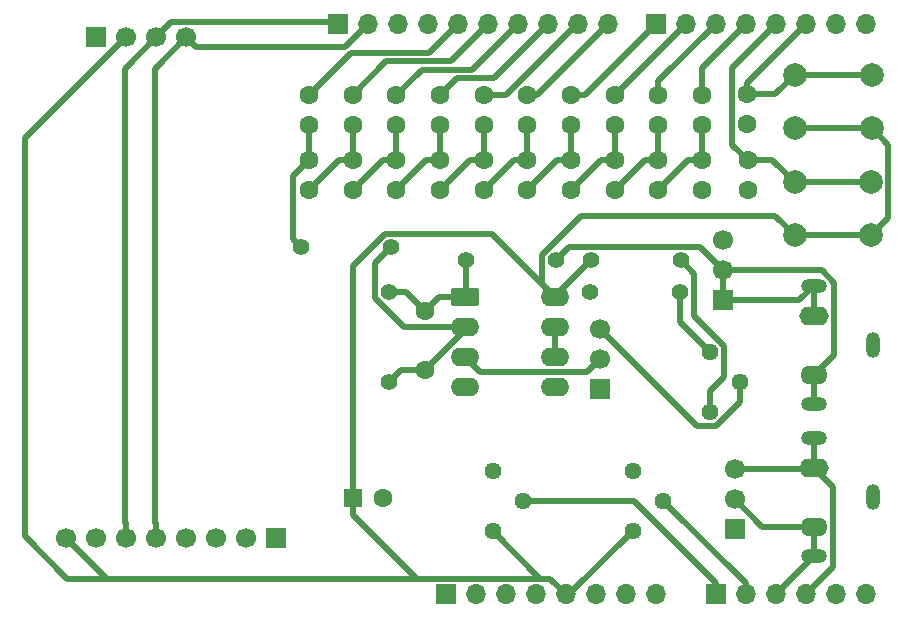
<source format=gbr>
%TF.GenerationSoftware,KiCad,Pcbnew,9.0.7*%
%TF.CreationDate,2026-02-03T14:42:13-07:00*%
%TF.ProjectId,Uno_Shield_DSP,556e6f5f-5368-4696-956c-645f4453502e,rev?*%
%TF.SameCoordinates,Original*%
%TF.FileFunction,Copper,L1,Top*%
%TF.FilePolarity,Positive*%
%FSLAX46Y46*%
G04 Gerber Fmt 4.6, Leading zero omitted, Abs format (unit mm)*
G04 Created by KiCad (PCBNEW 9.0.7) date 2026-02-03 14:42:13*
%MOMM*%
%LPD*%
G01*
G04 APERTURE LIST*
G04 Aperture macros list*
%AMRoundRect*
0 Rectangle with rounded corners*
0 $1 Rounding radius*
0 $2 $3 $4 $5 $6 $7 $8 $9 X,Y pos of 4 corners*
0 Add a 4 corners polygon primitive as box body*
4,1,4,$2,$3,$4,$5,$6,$7,$8,$9,$2,$3,0*
0 Add four circle primitives for the rounded corners*
1,1,$1+$1,$2,$3*
1,1,$1+$1,$4,$5*
1,1,$1+$1,$6,$7*
1,1,$1+$1,$8,$9*
0 Add four rect primitives between the rounded corners*
20,1,$1+$1,$2,$3,$4,$5,0*
20,1,$1+$1,$4,$5,$6,$7,0*
20,1,$1+$1,$6,$7,$8,$9,0*
20,1,$1+$1,$8,$9,$2,$3,0*%
G04 Aperture macros list end*
%TA.AperFunction,ComponentPad*%
%ADD10R,1.700000X1.700000*%
%TD*%
%TA.AperFunction,ComponentPad*%
%ADD11O,1.700000X1.700000*%
%TD*%
%TA.AperFunction,ComponentPad*%
%ADD12C,1.600000*%
%TD*%
%TA.AperFunction,ComponentPad*%
%ADD13C,2.000000*%
%TD*%
%TA.AperFunction,ComponentPad*%
%ADD14RoundRect,0.250000X-0.950000X-0.550000X0.950000X-0.550000X0.950000X0.550000X-0.950000X0.550000X0*%
%TD*%
%TA.AperFunction,ComponentPad*%
%ADD15O,2.400000X1.600000*%
%TD*%
%TA.AperFunction,ComponentPad*%
%ADD16O,2.200000X1.200000*%
%TD*%
%TA.AperFunction,ComponentPad*%
%ADD17O,2.300000X1.600000*%
%TD*%
%TA.AperFunction,ComponentPad*%
%ADD18O,1.200000X2.200000*%
%TD*%
%TA.AperFunction,ComponentPad*%
%ADD19O,2.500000X1.600000*%
%TD*%
%TA.AperFunction,ComponentPad*%
%ADD20RoundRect,0.250000X-0.550000X-0.550000X0.550000X-0.550000X0.550000X0.550000X-0.550000X0.550000X0*%
%TD*%
%TA.AperFunction,ComponentPad*%
%ADD21C,1.440000*%
%TD*%
%TA.AperFunction,ComponentPad*%
%ADD22C,1.400000*%
%TD*%
%TA.AperFunction,ComponentPad*%
%ADD23C,1.700000*%
%TD*%
%TA.AperFunction,Conductor*%
%ADD24C,0.508000*%
%TD*%
G04 APERTURE END LIST*
D10*
%TO.P,J1,1,Pin_1*%
%TO.N,unconnected-(J1-Pin_1-Pad1)*%
X127940000Y-97460000D03*
D11*
%TO.P,J1,2,Pin_2*%
%TO.N,/IOREF*%
X130480000Y-97460000D03*
%TO.P,J1,3,Pin_3*%
%TO.N,/~{RESET}*%
X133020000Y-97460000D03*
%TO.P,J1,4,Pin_4*%
%TO.N,+3V3*%
X135560000Y-97460000D03*
%TO.P,J1,5,Pin_5*%
%TO.N,+5V*%
X138100000Y-97460000D03*
%TO.P,J1,6,Pin_6*%
%TO.N,GND*%
X140640000Y-97460000D03*
%TO.P,J1,7,Pin_7*%
X143180000Y-97460000D03*
%TO.P,J1,8,Pin_8*%
%TO.N,VCC*%
X145720000Y-97460000D03*
%TD*%
D10*
%TO.P,J3,1,Pin_1*%
%TO.N,/A0*%
X150800000Y-97460000D03*
D11*
%TO.P,J3,2,Pin_2*%
%TO.N,/A1*%
X153340000Y-97460000D03*
%TO.P,J3,3,Pin_3*%
%TO.N,/IN_RIGHT*%
X155880000Y-97460000D03*
%TO.P,J3,4,Pin_4*%
%TO.N,/IN_LEFT*%
X158420000Y-97460000D03*
%TO.P,J3,5,Pin_5*%
%TO.N,/SDA{slash}A4*%
X160960000Y-97460000D03*
%TO.P,J3,6,Pin_6*%
%TO.N,/SCL{slash}A5*%
X163500000Y-97460000D03*
%TD*%
D10*
%TO.P,J2,1,Pin_1*%
%TO.N,/SCL*%
X118796000Y-49200000D03*
D11*
%TO.P,J2,2,Pin_2*%
%TO.N,/SDA*%
X121336000Y-49200000D03*
%TO.P,J2,3,Pin_3*%
%TO.N,/AREF*%
X123876000Y-49200000D03*
%TO.P,J2,4,Pin_4*%
%TO.N,GND*%
X126416000Y-49200000D03*
%TO.P,J2,5,Pin_5*%
%TO.N,/D9*%
X128956000Y-49200000D03*
%TO.P,J2,6,Pin_6*%
%TO.N,/D8*%
X131496000Y-49200000D03*
%TO.P,J2,7,Pin_7*%
%TO.N,/D7*%
X134036000Y-49200000D03*
%TO.P,J2,8,Pin_8*%
%TO.N,/D6*%
X136576000Y-49200000D03*
%TO.P,J2,9,Pin_9*%
%TO.N,/D5*%
X139116000Y-49200000D03*
%TO.P,J2,10,Pin_10*%
%TO.N,/D4*%
X141656000Y-49200000D03*
%TD*%
D10*
%TO.P,J4,1,Pin_1*%
%TO.N,/D3*%
X145720000Y-49200000D03*
D11*
%TO.P,J4,2,Pin_2*%
%TO.N,/D2*%
X148260000Y-49200000D03*
%TO.P,J4,3,Pin_3*%
%TO.N,/D1*%
X150800000Y-49200000D03*
%TO.P,J4,4,Pin_4*%
%TO.N,/D0*%
X153340000Y-49200000D03*
%TO.P,J4,5,Pin_5*%
%TO.N,/BT2*%
X155880000Y-49200000D03*
%TO.P,J4,6,Pin_6*%
%TO.N,/BT1*%
X158420000Y-49200000D03*
%TO.P,J4,7,Pin_7*%
%TO.N,/TX{slash}1*%
X160960000Y-49200000D03*
%TO.P,J4,8,Pin_8*%
%TO.N,/RX{slash}0*%
X163500000Y-49200000D03*
%TD*%
D12*
%TO.P,R9,1*%
%TO.N,/D5*%
X131150000Y-55210000D03*
%TO.P,R9,2*%
%TO.N,Net-(R18-Pad1)*%
X131150000Y-57750000D03*
%TD*%
D13*
%TO.P,SW1,1,1*%
%TO.N,+5V*%
X163975000Y-67075000D03*
X157475000Y-67075000D03*
%TO.P,SW1,2,2*%
%TO.N,/BT2*%
X163975000Y-62575000D03*
X157475000Y-62575000D03*
%TD*%
D12*
%TO.P,R17,1*%
%TO.N,Net-(R17-Pad1)*%
X134850000Y-60710000D03*
%TO.P,R17,2*%
%TO.N,Net-(R16-Pad1)*%
X134850000Y-63250000D03*
%TD*%
%TO.P,C2,1*%
%TO.N,Net-(U1A--)*%
X126200000Y-78500000D03*
%TO.P,C2,2*%
%TO.N,Net-(C2-Pad2)*%
X126200000Y-73500000D03*
%TD*%
D14*
%TO.P,U1,1*%
%TO.N,Net-(C2-Pad2)*%
X129590000Y-72290000D03*
D15*
%TO.P,U1,2,-*%
%TO.N,Net-(U1A--)*%
X129590000Y-74830000D03*
%TO.P,U1,3,+*%
%TO.N,Net-(J9-Pin_2)*%
X129590000Y-77370000D03*
%TO.P,U1,4,V-*%
%TO.N,GND*%
X129590000Y-79910000D03*
%TO.P,U1,5,+*%
X137210000Y-79910000D03*
%TO.P,U1,6,-*%
%TO.N,Net-(U1B--)*%
X137210000Y-77370000D03*
%TO.P,U1,7*%
X137210000Y-74830000D03*
%TO.P,U1,8,V+*%
%TO.N,+5V*%
X137210000Y-72290000D03*
%TD*%
D16*
%TO.P,J13,R*%
%TO.N,/AUDIO_OUT*%
X159100000Y-81375000D03*
D17*
%TO.P,J13,RN*%
X159100000Y-78875000D03*
D18*
%TO.P,J13,S*%
%TO.N,GND*%
X164100000Y-76375000D03*
D16*
%TO.P,J13,T*%
%TO.N,/AUDIO_OUT*%
X159100000Y-71375000D03*
D19*
%TO.P,J13,TN*%
X159100000Y-73875000D03*
%TD*%
D20*
%TO.P,C1,1*%
%TO.N,+5V*%
X120100000Y-89300000D03*
D12*
%TO.P,C1,2*%
%TO.N,GND*%
X122600000Y-89300000D03*
%TD*%
D21*
%TO.P,RV3,1,1*%
%TO.N,Net-(R26-Pad2)*%
X150360000Y-82040000D03*
%TO.P,RV3,2,2*%
%TO.N,Net-(J9-Pin_3)*%
X152900000Y-79500000D03*
%TO.P,RV3,3,3*%
%TO.N,Net-(R27-Pad1)*%
X150360000Y-76960000D03*
%TD*%
D12*
%TO.P,R10,1*%
%TO.N,/D6*%
X127450000Y-55210000D03*
%TO.P,R10,2*%
%TO.N,Net-(R10-Pad2)*%
X127450000Y-57750000D03*
%TD*%
%TO.P,R7,1*%
%TO.N,/D3*%
X138550000Y-55210000D03*
%TO.P,R7,2*%
%TO.N,Net-(R16-Pad1)*%
X138550000Y-57750000D03*
%TD*%
D22*
%TO.P,R26,1*%
%TO.N,+5V*%
X140230000Y-69200000D03*
%TO.P,R26,2*%
%TO.N,Net-(R26-Pad2)*%
X147850000Y-69200000D03*
%TD*%
D10*
%TO.P,J5,1,Pin_1*%
%TO.N,unconnected-(J5-Pin_1-Pad1)*%
X113580000Y-92700000D03*
D23*
%TO.P,J5,2,Pin_2*%
%TO.N,unconnected-(J5-Pin_2-Pad2)*%
X111040000Y-92700000D03*
%TO.P,J5,3,Pin_3*%
%TO.N,unconnected-(J5-Pin_3-Pad3)*%
X108500000Y-92700000D03*
%TO.P,J5,4,Pin_4*%
%TO.N,unconnected-(J5-Pin_4-Pad4)*%
X105960000Y-92700000D03*
%TO.P,J5,5,Pin_5*%
%TO.N,/SDA*%
X103420000Y-92700000D03*
%TO.P,J5,6,Pin_6*%
%TO.N,/SCL*%
X100880000Y-92700000D03*
%TO.P,J5,7,Pin_7*%
%TO.N,GND*%
X98340000Y-92700000D03*
%TO.P,J5,8,Pin_8*%
%TO.N,+5V*%
X95800000Y-92700000D03*
%TD*%
D21*
%TO.P,RV1,1,1*%
%TO.N,+5V*%
X131915000Y-92140000D03*
%TO.P,RV1,2,2*%
%TO.N,/A0*%
X134455000Y-89600000D03*
%TO.P,RV1,3,3*%
%TO.N,GND*%
X131915000Y-87060000D03*
%TD*%
D12*
%TO.P,R1,1*%
%TO.N,/BT2*%
X153500000Y-60700000D03*
%TO.P,R1,2*%
%TO.N,GND*%
X153500000Y-63240000D03*
%TD*%
D10*
%TO.P,J6,1,Pin_1*%
%TO.N,GND*%
X98330000Y-50300000D03*
D23*
%TO.P,J6,2,Pin_2*%
%TO.N,+5V*%
X100870000Y-50300000D03*
%TO.P,J6,3,Pin_3*%
%TO.N,/SCL*%
X103410000Y-50300000D03*
%TO.P,J6,4,Pin_4*%
%TO.N,/SDA*%
X105950000Y-50300000D03*
%TD*%
D12*
%TO.P,R2,1*%
%TO.N,/BT1*%
X153450000Y-55150000D03*
%TO.P,R2,2*%
%TO.N,GND*%
X153450000Y-57690000D03*
%TD*%
%TO.P,R14,1*%
%TO.N,Net-(R14-Pad1)*%
X145950000Y-60700000D03*
%TO.P,R14,2*%
%TO.N,Net-(R14-Pad2)*%
X145950000Y-63240000D03*
%TD*%
%TO.P,R5,1*%
%TO.N,/D1*%
X145950000Y-55200000D03*
%TO.P,R5,2*%
%TO.N,Net-(R14-Pad1)*%
X145950000Y-57740000D03*
%TD*%
%TO.P,R13,1*%
%TO.N,/D9*%
X116350000Y-55210000D03*
%TO.P,R13,2*%
%TO.N,Net-(R13-Pad2)*%
X116350000Y-57750000D03*
%TD*%
%TO.P,R20,1*%
%TO.N,Net-(R11-Pad2)*%
X123750000Y-60710000D03*
%TO.P,R20,2*%
%TO.N,Net-(R10-Pad2)*%
X123750000Y-63250000D03*
%TD*%
D16*
%TO.P,J12,R*%
%TO.N,/IN_RIGHT*%
X159100000Y-94250000D03*
D17*
%TO.P,J12,RN*%
X159100000Y-91750000D03*
D18*
%TO.P,J12,S*%
%TO.N,GND*%
X164100000Y-89250000D03*
D16*
%TO.P,J12,T*%
%TO.N,/IN_LEFT*%
X159100000Y-84250000D03*
D19*
%TO.P,J12,TN*%
X159100000Y-86750000D03*
%TD*%
D12*
%TO.P,R12,1*%
%TO.N,/D8*%
X120050000Y-55210000D03*
%TO.P,R12,2*%
%TO.N,Net-(R12-Pad2)*%
X120050000Y-57750000D03*
%TD*%
%TO.P,R16,1*%
%TO.N,Net-(R16-Pad1)*%
X138550000Y-60710000D03*
%TO.P,R16,2*%
%TO.N,Net-(R15-Pad1)*%
X138550000Y-63250000D03*
%TD*%
D22*
%TO.P,R27,1*%
%TO.N,Net-(R27-Pad1)*%
X147820000Y-71900000D03*
%TO.P,R27,2*%
%TO.N,GND*%
X140200000Y-71900000D03*
%TD*%
D13*
%TO.P,SW2,1,1*%
%TO.N,+5V*%
X164000000Y-58000000D03*
X157500000Y-58000000D03*
%TO.P,SW2,2,2*%
%TO.N,/BT1*%
X164000000Y-53500000D03*
X157500000Y-53500000D03*
%TD*%
D12*
%TO.P,R8,1*%
%TO.N,/D4*%
X134850000Y-55210000D03*
%TO.P,R8,2*%
%TO.N,Net-(R17-Pad1)*%
X134850000Y-57750000D03*
%TD*%
%TO.P,R21,1*%
%TO.N,Net-(R12-Pad2)*%
X120050000Y-60710000D03*
%TO.P,R21,2*%
%TO.N,Net-(R11-Pad2)*%
X120050000Y-63250000D03*
%TD*%
D22*
%TO.P,R23,1*%
%TO.N,Net-(U1A--)*%
X123300000Y-68100000D03*
%TO.P,R23,2*%
%TO.N,Net-(R13-Pad2)*%
X115680000Y-68100000D03*
%TD*%
%TO.P,R25,1*%
%TO.N,/AUDIO_OUT*%
X137260000Y-69200000D03*
%TO.P,R25,2*%
%TO.N,Net-(C2-Pad2)*%
X129640000Y-69200000D03*
%TD*%
D10*
%TO.P,J9,1,Pin_1*%
%TO.N,GND*%
X141000000Y-80080000D03*
D23*
%TO.P,J9,2,Pin_2*%
%TO.N,Net-(J9-Pin_2)*%
X141000000Y-77540000D03*
%TO.P,J9,3,Pin_3*%
%TO.N,Net-(J9-Pin_3)*%
X141000000Y-75000000D03*
%TD*%
D21*
%TO.P,RV2,1,1*%
%TO.N,+5V*%
X143800000Y-92080000D03*
%TO.P,RV2,2,2*%
%TO.N,/A1*%
X146340000Y-89540000D03*
%TO.P,RV2,3,3*%
%TO.N,GND*%
X143800000Y-87000000D03*
%TD*%
D12*
%TO.P,R6,1*%
%TO.N,/D2*%
X142250000Y-55210000D03*
%TO.P,R6,2*%
%TO.N,Net-(R15-Pad1)*%
X142250000Y-57750000D03*
%TD*%
%TO.P,R22,1*%
%TO.N,Net-(R13-Pad2)*%
X116350000Y-60710000D03*
%TO.P,R22,2*%
%TO.N,Net-(R12-Pad2)*%
X116350000Y-63250000D03*
%TD*%
%TO.P,R4,1*%
%TO.N,/D0*%
X149650000Y-55200000D03*
%TO.P,R4,2*%
%TO.N,Net-(R14-Pad2)*%
X149650000Y-57740000D03*
%TD*%
%TO.P,R11,1*%
%TO.N,/D7*%
X123750000Y-55210000D03*
%TO.P,R11,2*%
%TO.N,Net-(R11-Pad2)*%
X123750000Y-57750000D03*
%TD*%
%TO.P,R3,1*%
%TO.N,Net-(R14-Pad2)*%
X149650000Y-60700000D03*
%TO.P,R3,2*%
%TO.N,GND*%
X149650000Y-63240000D03*
%TD*%
%TO.P,R18,1*%
%TO.N,Net-(R18-Pad1)*%
X131150000Y-60710000D03*
%TO.P,R18,2*%
%TO.N,Net-(R17-Pad1)*%
X131150000Y-63250000D03*
%TD*%
%TO.P,R19,1*%
%TO.N,Net-(R10-Pad2)*%
X127450000Y-60710000D03*
%TO.P,R19,2*%
%TO.N,Net-(R18-Pad1)*%
X127450000Y-63250000D03*
%TD*%
D10*
%TO.P,J11,1,Pin_1*%
%TO.N,/AUDIO_OUT*%
X151450000Y-72590000D03*
D23*
%TO.P,J11,2,Pin_2*%
X151450000Y-70050000D03*
%TO.P,J11,3,Pin_3*%
%TO.N,GND*%
X151450000Y-67510000D03*
%TD*%
D12*
%TO.P,R15,1*%
%TO.N,Net-(R15-Pad1)*%
X142250000Y-60700000D03*
%TO.P,R15,2*%
%TO.N,Net-(R14-Pad1)*%
X142250000Y-63240000D03*
%TD*%
D10*
%TO.P,J10,1,Pin_1*%
%TO.N,GND*%
X152400000Y-91980000D03*
D23*
%TO.P,J10,2,Pin_2*%
%TO.N,/IN_RIGHT*%
X152400000Y-89440000D03*
%TO.P,J10,3,Pin_3*%
%TO.N,/IN_LEFT*%
X152400000Y-86900000D03*
%TD*%
D22*
%TO.P,R24,1*%
%TO.N,Net-(C2-Pad2)*%
X123100000Y-71900000D03*
%TO.P,R24,2*%
%TO.N,Net-(U1A--)*%
X123100000Y-79520000D03*
%TD*%
D24*
%TO.N,+5V*%
X92300000Y-92550000D02*
X92300000Y-58870000D01*
X155850000Y-65450000D02*
X139376583Y-65450000D01*
X120100000Y-90725000D02*
X125530000Y-96155000D01*
X140230000Y-69200000D02*
X140230000Y-69270000D01*
X92300000Y-58870000D02*
X100870000Y-50300000D01*
X137210000Y-72290000D02*
X131865000Y-66945000D01*
X120100000Y-69666583D02*
X120100000Y-89300000D01*
X138420000Y-97460000D02*
X138100000Y-97460000D01*
X165430000Y-65620000D02*
X163975000Y-67075000D01*
X164000000Y-58000000D02*
X165430000Y-59430000D01*
X131865000Y-66945000D02*
X122821583Y-66945000D01*
X163975000Y-67075000D02*
X157475000Y-67075000D01*
X139376583Y-65450000D02*
X136105000Y-68721583D01*
X125300000Y-96155000D02*
X99255000Y-96155000D01*
X95800000Y-92700000D02*
X99255000Y-96155000D01*
X165430000Y-59430000D02*
X165430000Y-65620000D01*
X131915000Y-92140000D02*
X135930000Y-96155000D01*
X99255000Y-96155000D02*
X95905000Y-96155000D01*
X143800000Y-92080000D02*
X138420000Y-97460000D01*
X122821583Y-66945000D02*
X120100000Y-69666583D01*
X137210000Y-72290000D02*
X137210000Y-72220000D01*
X136105000Y-68721583D02*
X136105000Y-71185000D01*
X138100000Y-97460000D02*
X136795000Y-96155000D01*
X136795000Y-96155000D02*
X125530000Y-96155000D01*
X136105000Y-71185000D02*
X137210000Y-72290000D01*
X95905000Y-96155000D02*
X92300000Y-92550000D01*
X120100000Y-89300000D02*
X120100000Y-90725000D01*
X135930000Y-96155000D02*
X136795000Y-96155000D01*
X125530000Y-96155000D02*
X125300000Y-96155000D01*
X157475000Y-67075000D02*
X155850000Y-65450000D01*
X137210000Y-72220000D02*
X140230000Y-69200000D01*
X157500000Y-58000000D02*
X164000000Y-58000000D01*
%TO.N,/A0*%
X143910000Y-89600000D02*
X150800000Y-96490000D01*
X150800000Y-96490000D02*
X150800000Y-97460000D01*
X134455000Y-89600000D02*
X143910000Y-89600000D01*
%TO.N,/A1*%
X153340000Y-96540000D02*
X153340000Y-97460000D01*
X146340000Y-89540000D02*
X153340000Y-96540000D01*
%TO.N,/SCL*%
X118591000Y-48995000D02*
X104715000Y-48995000D01*
X118796000Y-49200000D02*
X118591000Y-48995000D01*
X104715000Y-48995000D02*
X103410000Y-50300000D01*
X103410000Y-50300000D02*
X100750000Y-52960000D01*
X100750000Y-52960000D02*
X100750000Y-91350000D01*
X100880000Y-91480000D02*
X100880000Y-92700000D01*
X100750000Y-91350000D02*
X100880000Y-91480000D01*
%TO.N,/SDA*%
X103290000Y-52960000D02*
X103290000Y-91350000D01*
X105950000Y-50300000D02*
X103290000Y-52960000D01*
X119386000Y-51150000D02*
X106800000Y-51150000D01*
X121336000Y-49200000D02*
X119386000Y-51150000D01*
X106800000Y-51150000D02*
X105950000Y-50300000D01*
X103290000Y-91350000D02*
X103420000Y-91480000D01*
X103420000Y-91480000D02*
X103420000Y-92700000D01*
%TO.N,/BT2*%
X153500000Y-60700000D02*
X155600000Y-60700000D01*
X152195000Y-59395000D02*
X153500000Y-60700000D01*
X155600000Y-60700000D02*
X157475000Y-62575000D01*
X157475000Y-62575000D02*
X163975000Y-62575000D01*
X155880000Y-49200000D02*
X152195000Y-52885000D01*
X152195000Y-52885000D02*
X152195000Y-59395000D01*
%TO.N,Net-(C2-Pad2)*%
X129590000Y-72290000D02*
X127410000Y-72290000D01*
X124600000Y-71900000D02*
X126200000Y-73500000D01*
X129640000Y-72240000D02*
X129590000Y-72290000D01*
X123100000Y-71900000D02*
X124600000Y-71900000D01*
X129640000Y-69200000D02*
X129640000Y-72240000D01*
X127410000Y-72290000D02*
X126200000Y-73500000D01*
%TO.N,Net-(U1A--)*%
X124396583Y-74830000D02*
X129590000Y-74830000D01*
X129590000Y-74830000D02*
X129590000Y-75110000D01*
X126200000Y-78500000D02*
X124120000Y-78500000D01*
X124120000Y-78500000D02*
X123100000Y-79520000D01*
X123300000Y-68100000D02*
X121945000Y-69455000D01*
X129590000Y-75110000D02*
X126200000Y-78500000D01*
X121945000Y-72378417D02*
X124396583Y-74830000D01*
X121945000Y-69455000D02*
X121945000Y-72378417D01*
%TO.N,/D7*%
X130195000Y-53041000D02*
X125919000Y-53041000D01*
X134036000Y-49200000D02*
X130195000Y-53041000D01*
X125919000Y-53041000D02*
X123750000Y-55210000D01*
%TO.N,/D8*%
X131496000Y-49200000D02*
X128364000Y-52332000D01*
X122928000Y-52332000D02*
X120050000Y-55210000D01*
X128364000Y-52332000D02*
X122928000Y-52332000D01*
%TO.N,/D9*%
X128956000Y-49200000D02*
X126533000Y-51623000D01*
X119937000Y-51623000D02*
X116350000Y-55210000D01*
X126533000Y-51623000D02*
X119937000Y-51623000D01*
%TO.N,/D6*%
X132026000Y-53750000D02*
X128910000Y-53750000D01*
X128910000Y-53750000D02*
X127450000Y-55210000D01*
X136576000Y-49200000D02*
X132026000Y-53750000D01*
%TO.N,/D4*%
X135646000Y-55210000D02*
X134850000Y-55210000D01*
X141656000Y-49200000D02*
X135646000Y-55210000D01*
%TO.N,/D5*%
X133075161Y-55210000D02*
X131150000Y-55210000D01*
X139085161Y-49200000D02*
X133075161Y-55210000D01*
X139116000Y-49200000D02*
X139085161Y-49200000D01*
%TO.N,/IN_RIGHT*%
X159100000Y-91750000D02*
X159100000Y-94250000D01*
X159100000Y-94250000D02*
X159090000Y-94250000D01*
X159090000Y-94250000D02*
X155880000Y-97460000D01*
X159100000Y-91750000D02*
X154710000Y-91750000D01*
X154710000Y-91750000D02*
X152400000Y-89440000D01*
%TO.N,/IN_LEFT*%
X159100000Y-86750000D02*
X160705000Y-88355000D01*
X158950000Y-86900000D02*
X159100000Y-86750000D01*
X159100000Y-84250000D02*
X159100000Y-86750000D01*
X160705000Y-88355000D02*
X160705000Y-95175000D01*
X160705000Y-95175000D02*
X158420000Y-97460000D01*
X152400000Y-86900000D02*
X158950000Y-86900000D01*
%TO.N,/BT1*%
X153450000Y-54170000D02*
X153450000Y-55150000D01*
X157500000Y-53500000D02*
X164000000Y-53500000D01*
X158420000Y-49200000D02*
X153450000Y-54170000D01*
X155850000Y-55150000D02*
X157500000Y-53500000D01*
X153450000Y-55150000D02*
X155850000Y-55150000D01*
%TO.N,/D3*%
X139710000Y-55210000D02*
X138550000Y-55210000D01*
X145720000Y-49200000D02*
X139710000Y-55210000D01*
%TO.N,/D2*%
X148260000Y-49200000D02*
X142250000Y-55210000D01*
X142650000Y-55210000D02*
X142250000Y-55210000D01*
%TO.N,/D0*%
X149650000Y-52890000D02*
X149650000Y-55200000D01*
X153340000Y-49200000D02*
X149650000Y-52890000D01*
%TO.N,/D1*%
X150800000Y-49200000D02*
X145950000Y-54050000D01*
X145950000Y-55200000D02*
X145950000Y-55350000D01*
X145950000Y-54050000D02*
X145950000Y-55200000D01*
%TO.N,/AUDIO_OUT*%
X157885000Y-72590000D02*
X159100000Y-71375000D01*
X159100000Y-78875000D02*
X159100000Y-81375000D01*
X137260000Y-69200000D02*
X138415000Y-68045000D01*
X151450000Y-72590000D02*
X157885000Y-72590000D01*
X159766995Y-70050000D02*
X160805000Y-71088005D01*
X160805000Y-71088005D02*
X160805000Y-77170000D01*
X160805000Y-77170000D02*
X159100000Y-78875000D01*
X159100000Y-71375000D02*
X159100000Y-73875000D01*
X151450000Y-70050000D02*
X159766995Y-70050000D01*
X151450000Y-70050000D02*
X151450000Y-72590000D01*
X149445000Y-68045000D02*
X151450000Y-70050000D01*
X158955000Y-71230000D02*
X159100000Y-71375000D01*
X138415000Y-68045000D02*
X149445000Y-68045000D01*
%TO.N,Net-(J9-Pin_3)*%
X141000000Y-75000000D02*
X149215000Y-83215000D01*
X149215000Y-83215000D02*
X150846701Y-83215000D01*
X150846701Y-83215000D02*
X152900000Y-81161701D01*
X152900000Y-81161701D02*
X152900000Y-79500000D01*
%TO.N,Net-(J9-Pin_2)*%
X129590000Y-77370000D02*
X130875000Y-78655000D01*
X130875000Y-78655000D02*
X139885000Y-78655000D01*
X139885000Y-78655000D02*
X141000000Y-77540000D01*
%TO.N,Net-(R14-Pad2)*%
X149650000Y-57740000D02*
X149650000Y-60700000D01*
X149650000Y-60700000D02*
X148490000Y-60700000D01*
X148490000Y-60700000D02*
X145950000Y-63240000D01*
%TO.N,Net-(R14-Pad1)*%
X145950000Y-57740000D02*
X145950000Y-60700000D01*
X144790000Y-60700000D02*
X142250000Y-63240000D01*
X145950000Y-60700000D02*
X144790000Y-60700000D01*
%TO.N,Net-(R15-Pad1)*%
X141100000Y-60700000D02*
X138550000Y-63250000D01*
X142250000Y-60700000D02*
X141100000Y-60700000D01*
X142250000Y-57750000D02*
X142250000Y-60700000D01*
%TO.N,Net-(R16-Pad1)*%
X138550000Y-57750000D02*
X138550000Y-60710000D01*
X138550000Y-60710000D02*
X137390000Y-60710000D01*
X137390000Y-60710000D02*
X134850000Y-63250000D01*
%TO.N,Net-(R17-Pad1)*%
X134850000Y-57750000D02*
X134850000Y-60710000D01*
X134850000Y-60710000D02*
X133690000Y-60710000D01*
X133690000Y-60710000D02*
X131150000Y-63250000D01*
%TO.N,Net-(R18-Pad1)*%
X131150000Y-60710000D02*
X129990000Y-60710000D01*
X131150000Y-57750000D02*
X131150000Y-60710000D01*
X129990000Y-60710000D02*
X127450000Y-63250000D01*
%TO.N,Net-(R10-Pad2)*%
X126290000Y-60710000D02*
X123750000Y-63250000D01*
X127450000Y-57750000D02*
X127450000Y-60710000D01*
X127450000Y-60710000D02*
X126290000Y-60710000D01*
%TO.N,Net-(R11-Pad2)*%
X123750000Y-60710000D02*
X122590000Y-60710000D01*
X122590000Y-60710000D02*
X120050000Y-63250000D01*
X123750000Y-57750000D02*
X123750000Y-60710000D01*
%TO.N,Net-(R12-Pad2)*%
X120050000Y-60710000D02*
X118890000Y-60710000D01*
X118890000Y-60710000D02*
X116350000Y-63250000D01*
X120050000Y-57750000D02*
X120050000Y-60710000D01*
%TO.N,Net-(R13-Pad2)*%
X114980000Y-67400000D02*
X115680000Y-68100000D01*
X114980000Y-62080000D02*
X114980000Y-67400000D01*
X116350000Y-57750000D02*
X116350000Y-60710000D01*
X116350000Y-60710000D02*
X114980000Y-62080000D01*
%TO.N,Net-(R26-Pad2)*%
X147850000Y-69200000D02*
X148975000Y-70325000D01*
X150360000Y-80270000D02*
X150360000Y-82040000D01*
X151535000Y-76473299D02*
X151535000Y-79095000D01*
X151535000Y-79095000D02*
X150360000Y-80270000D01*
X148975000Y-70325000D02*
X148975000Y-73913299D01*
X148975000Y-73913299D02*
X151535000Y-76473299D01*
%TO.N,Net-(R27-Pad1)*%
X150360000Y-76960000D02*
X147820000Y-74420000D01*
X147820000Y-74420000D02*
X147820000Y-71900000D01*
%TO.N,Net-(U1B--)*%
X137210000Y-74830000D02*
X137210000Y-77370000D01*
%TD*%
M02*

</source>
